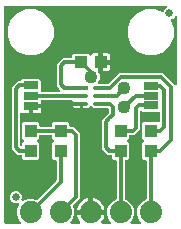
<source format=gbr>
G04 EAGLE Gerber RS-274X export*
G75*
%MOMM*%
%FSLAX34Y34*%
%LPD*%
%INTop Copper*%
%IPPOS*%
%AMOC8*
5,1,8,0,0,1.08239X$1,22.5*%
G01*
%ADD10R,1.050000X0.300000*%
%ADD11C,0.300000*%
%ADD12R,1.270000X0.635000*%
%ADD13R,1.000000X1.100000*%
%ADD14R,1.100000X1.000000*%
%ADD15C,1.879600*%
%ADD16C,0.635000*%
%ADD17C,0.304800*%
%ADD18C,1.108000*%

G36*
X16464Y3053D02*
X16464Y3053D01*
X16493Y3050D01*
X16604Y3073D01*
X16716Y3089D01*
X16743Y3101D01*
X16772Y3106D01*
X16872Y3159D01*
X16976Y3205D01*
X16998Y3224D01*
X17024Y3237D01*
X17106Y3315D01*
X17193Y3388D01*
X17209Y3413D01*
X17230Y3433D01*
X17287Y3531D01*
X17350Y3625D01*
X17359Y3653D01*
X17374Y3678D01*
X17402Y3788D01*
X17436Y3896D01*
X17437Y3926D01*
X17444Y3954D01*
X17440Y4067D01*
X17443Y4180D01*
X17436Y4209D01*
X17435Y4238D01*
X17400Y4346D01*
X17372Y4455D01*
X17357Y4481D01*
X17348Y4509D01*
X17302Y4573D01*
X17226Y4700D01*
X17181Y4743D01*
X17153Y4782D01*
X15709Y6225D01*
X13969Y10426D01*
X13969Y14974D01*
X15689Y19125D01*
X15696Y19154D01*
X15710Y19180D01*
X15732Y19291D01*
X15760Y19401D01*
X15759Y19430D01*
X15765Y19459D01*
X15755Y19572D01*
X15752Y19685D01*
X15743Y19713D01*
X15740Y19742D01*
X15700Y19847D01*
X15665Y19956D01*
X15649Y19980D01*
X15638Y20007D01*
X15570Y20098D01*
X15507Y20192D01*
X15484Y20211D01*
X15467Y20234D01*
X15376Y20302D01*
X15289Y20375D01*
X15262Y20387D01*
X15239Y20404D01*
X15133Y20444D01*
X15029Y20490D01*
X15000Y20494D01*
X14973Y20505D01*
X14860Y20514D01*
X14748Y20529D01*
X14719Y20525D01*
X14690Y20527D01*
X14613Y20510D01*
X14466Y20488D01*
X14410Y20463D01*
X14362Y20452D01*
X13736Y20192D01*
X11664Y20192D01*
X9750Y20985D01*
X8285Y22450D01*
X7492Y24364D01*
X7492Y26436D01*
X8285Y28350D01*
X9750Y29815D01*
X11664Y30608D01*
X13736Y30608D01*
X15650Y29815D01*
X17115Y28350D01*
X17908Y26436D01*
X17908Y24364D01*
X17648Y23738D01*
X17641Y23709D01*
X17627Y23683D01*
X17610Y23595D01*
X17587Y23522D01*
X17586Y23497D01*
X17577Y23462D01*
X17578Y23433D01*
X17572Y23404D01*
X17581Y23302D01*
X17580Y23237D01*
X17584Y23219D01*
X17585Y23178D01*
X17594Y23150D01*
X17597Y23121D01*
X17637Y23015D01*
X17638Y23015D01*
X17651Y22962D01*
X17658Y22951D01*
X17672Y22907D01*
X17688Y22883D01*
X17699Y22856D01*
X17767Y22765D01*
X17778Y22750D01*
X17797Y22718D01*
X17803Y22712D01*
X17830Y22671D01*
X17853Y22652D01*
X17871Y22629D01*
X17961Y22561D01*
X17985Y22541D01*
X18004Y22523D01*
X18010Y22521D01*
X18048Y22488D01*
X18075Y22476D01*
X18098Y22459D01*
X18204Y22419D01*
X18238Y22404D01*
X18257Y22394D01*
X18262Y22393D01*
X18308Y22373D01*
X18337Y22369D01*
X18364Y22358D01*
X18477Y22349D01*
X18589Y22334D01*
X18618Y22338D01*
X18648Y22336D01*
X18724Y22353D01*
X18871Y22374D01*
X18890Y22383D01*
X18928Y22400D01*
X18975Y22411D01*
X23126Y24131D01*
X27674Y24131D01*
X29965Y23182D01*
X29967Y23181D01*
X29968Y23180D01*
X30102Y23146D01*
X30241Y23111D01*
X30242Y23111D01*
X30244Y23110D01*
X30384Y23115D01*
X30525Y23119D01*
X30526Y23119D01*
X30528Y23119D01*
X30661Y23162D01*
X30795Y23205D01*
X30797Y23206D01*
X30798Y23207D01*
X30810Y23215D01*
X31032Y23364D01*
X31051Y23387D01*
X31072Y23402D01*
X46946Y39276D01*
X46998Y39346D01*
X47058Y39410D01*
X47084Y39459D01*
X47117Y39503D01*
X47148Y39585D01*
X47188Y39663D01*
X47196Y39710D01*
X47218Y39769D01*
X47230Y39916D01*
X47243Y39994D01*
X47243Y55977D01*
X47235Y56035D01*
X47237Y56093D01*
X47215Y56175D01*
X47203Y56259D01*
X47180Y56312D01*
X47165Y56368D01*
X47122Y56441D01*
X47087Y56518D01*
X47049Y56563D01*
X47020Y56613D01*
X46958Y56671D01*
X46904Y56735D01*
X46855Y56767D01*
X46812Y56807D01*
X46737Y56846D01*
X46667Y56893D01*
X46611Y56910D01*
X46559Y56937D01*
X46491Y56948D01*
X46396Y56978D01*
X46296Y56981D01*
X46228Y56992D01*
X44958Y56992D01*
X43767Y58183D01*
X43767Y70867D01*
X45207Y72307D01*
X45243Y72354D01*
X45285Y72394D01*
X45328Y72467D01*
X45378Y72534D01*
X45399Y72589D01*
X45429Y72639D01*
X45449Y72721D01*
X45480Y72800D01*
X45484Y72858D01*
X45499Y72915D01*
X45496Y72999D01*
X45503Y73083D01*
X45492Y73141D01*
X45490Y73199D01*
X45464Y73279D01*
X45447Y73362D01*
X45420Y73414D01*
X45402Y73470D01*
X45362Y73526D01*
X45316Y73614D01*
X45247Y73687D01*
X45207Y73743D01*
X43767Y75183D01*
X43767Y76953D01*
X43759Y77011D01*
X43761Y77069D01*
X43739Y77151D01*
X43727Y77235D01*
X43704Y77288D01*
X43689Y77344D01*
X43646Y77417D01*
X43611Y77494D01*
X43573Y77539D01*
X43544Y77589D01*
X43482Y77647D01*
X43428Y77711D01*
X43379Y77743D01*
X43336Y77783D01*
X43261Y77822D01*
X43191Y77869D01*
X43135Y77886D01*
X43083Y77913D01*
X43015Y77924D01*
X42920Y77954D01*
X42820Y77957D01*
X42752Y77968D01*
X33448Y77968D01*
X33390Y77960D01*
X33332Y77962D01*
X33250Y77940D01*
X33166Y77928D01*
X33113Y77905D01*
X33057Y77890D01*
X32984Y77847D01*
X32907Y77812D01*
X32862Y77774D01*
X32812Y77745D01*
X32754Y77683D01*
X32690Y77629D01*
X32658Y77580D01*
X32618Y77537D01*
X32579Y77462D01*
X32532Y77392D01*
X32515Y77336D01*
X32488Y77284D01*
X32477Y77216D01*
X32447Y77121D01*
X32444Y77021D01*
X32433Y76953D01*
X32433Y75183D01*
X30993Y73743D01*
X30958Y73696D01*
X30915Y73656D01*
X30872Y73583D01*
X30822Y73516D01*
X30801Y73461D01*
X30771Y73411D01*
X30751Y73329D01*
X30720Y73250D01*
X30716Y73192D01*
X30701Y73135D01*
X30704Y73051D01*
X30697Y72967D01*
X30708Y72909D01*
X30710Y72851D01*
X30736Y72771D01*
X30753Y72688D01*
X30780Y72636D01*
X30798Y72580D01*
X30838Y72524D01*
X30884Y72436D01*
X30952Y72363D01*
X30993Y72307D01*
X32433Y70867D01*
X32433Y58183D01*
X31242Y56992D01*
X19558Y56992D01*
X18367Y58183D01*
X18367Y59953D01*
X18360Y60003D01*
X18361Y60019D01*
X18359Y60024D01*
X18361Y60069D01*
X18339Y60151D01*
X18327Y60235D01*
X18304Y60288D01*
X18289Y60344D01*
X18246Y60417D01*
X18211Y60494D01*
X18173Y60539D01*
X18144Y60589D01*
X18082Y60647D01*
X18028Y60711D01*
X17979Y60743D01*
X17936Y60783D01*
X17861Y60822D01*
X17791Y60869D01*
X17735Y60886D01*
X17683Y60913D01*
X17615Y60924D01*
X17520Y60954D01*
X17420Y60957D01*
X17352Y60968D01*
X14402Y60968D01*
X9143Y66227D01*
X9143Y118313D01*
X14402Y123572D01*
X16137Y123572D01*
X16223Y123584D01*
X16311Y123587D01*
X16363Y123604D01*
X16418Y123612D01*
X16498Y123647D01*
X16581Y123674D01*
X16620Y123702D01*
X16677Y123728D01*
X16791Y123824D01*
X16854Y123869D01*
X18208Y125223D01*
X32592Y125223D01*
X33783Y124032D01*
X33783Y115697D01*
X33790Y115646D01*
X33789Y115625D01*
X33790Y115621D01*
X33789Y115581D01*
X33811Y115499D01*
X33823Y115415D01*
X33846Y115362D01*
X33861Y115306D01*
X33904Y115233D01*
X33939Y115156D01*
X33977Y115111D01*
X34006Y115061D01*
X34068Y115003D01*
X34122Y114939D01*
X34171Y114907D01*
X34214Y114867D01*
X34289Y114828D01*
X34359Y114781D01*
X34415Y114764D01*
X34467Y114737D01*
X34535Y114726D01*
X34630Y114696D01*
X34730Y114693D01*
X34798Y114682D01*
X49437Y114682D01*
X49466Y114686D01*
X49496Y114683D01*
X49607Y114706D01*
X49719Y114722D01*
X49745Y114734D01*
X49774Y114739D01*
X49875Y114792D01*
X49978Y114838D01*
X50001Y114857D01*
X50027Y114870D01*
X50109Y114948D01*
X50195Y115021D01*
X50211Y115046D01*
X50233Y115066D01*
X50290Y115164D01*
X50353Y115258D01*
X50362Y115286D01*
X50376Y115311D01*
X50404Y115421D01*
X50439Y115529D01*
X50439Y115559D01*
X50447Y115587D01*
X50443Y115700D01*
X50446Y115813D01*
X50438Y115842D01*
X50437Y115871D01*
X50403Y115979D01*
X50374Y116088D01*
X50359Y116114D01*
X50350Y116142D01*
X50304Y116206D01*
X50229Y116333D01*
X50188Y116371D01*
X50184Y116377D01*
X50177Y116384D01*
X50155Y116415D01*
X49624Y116946D01*
X47243Y119327D01*
X47243Y137998D01*
X52502Y143257D01*
X59152Y143257D01*
X59210Y143265D01*
X59268Y143263D01*
X59350Y143285D01*
X59434Y143297D01*
X59487Y143320D01*
X59543Y143335D01*
X59616Y143378D01*
X59693Y143413D01*
X59738Y143451D01*
X59788Y143480D01*
X59846Y143542D01*
X59910Y143596D01*
X59942Y143645D01*
X59982Y143688D01*
X60021Y143763D01*
X60068Y143833D01*
X60085Y143889D01*
X60112Y143941D01*
X60123Y144009D01*
X60153Y144104D01*
X60156Y144204D01*
X60167Y144272D01*
X60167Y145542D01*
X61358Y146733D01*
X74042Y146733D01*
X75261Y145514D01*
X75299Y145485D01*
X75332Y145449D01*
X75413Y145400D01*
X75488Y145343D01*
X75533Y145326D01*
X75575Y145300D01*
X75666Y145275D01*
X75753Y145242D01*
X75802Y145238D01*
X75849Y145225D01*
X75943Y145226D01*
X76037Y145218D01*
X76084Y145228D01*
X76133Y145229D01*
X76223Y145256D01*
X76315Y145274D01*
X76359Y145297D01*
X76405Y145311D01*
X76484Y145362D01*
X76568Y145405D01*
X76603Y145439D01*
X76644Y145465D01*
X76691Y145523D01*
X76774Y145601D01*
X76818Y145676D01*
X76858Y145724D01*
X77167Y146260D01*
X77640Y146733D01*
X78219Y147068D01*
X78866Y147241D01*
X82669Y147241D01*
X82669Y140716D01*
X82677Y140658D01*
X82675Y140600D01*
X82697Y140518D01*
X82709Y140435D01*
X82733Y140381D01*
X82747Y140325D01*
X82790Y140252D01*
X82825Y140175D01*
X82863Y140131D01*
X82893Y140080D01*
X82954Y140023D01*
X83009Y139958D01*
X83057Y139926D01*
X83100Y139886D01*
X83175Y139847D01*
X83245Y139801D01*
X83301Y139783D01*
X83353Y139756D01*
X83421Y139745D01*
X83516Y139715D01*
X83616Y139712D01*
X83684Y139701D01*
X84701Y139701D01*
X84701Y139699D01*
X83684Y139699D01*
X83626Y139691D01*
X83568Y139692D01*
X83486Y139671D01*
X83403Y139659D01*
X83349Y139635D01*
X83293Y139621D01*
X83220Y139578D01*
X83143Y139543D01*
X83098Y139505D01*
X83048Y139475D01*
X82990Y139414D01*
X82926Y139359D01*
X82894Y139311D01*
X82854Y139268D01*
X82815Y139193D01*
X82769Y139123D01*
X82751Y139067D01*
X82724Y139015D01*
X82713Y138947D01*
X82683Y138852D01*
X82680Y138752D01*
X82669Y138684D01*
X82669Y131373D01*
X82673Y131343D01*
X82671Y131312D01*
X82688Y131235D01*
X82709Y131092D01*
X82735Y131033D01*
X82746Y130985D01*
X83773Y128506D01*
X83773Y125494D01*
X82568Y122586D01*
X82539Y122474D01*
X82505Y122365D01*
X82504Y122337D01*
X82497Y122310D01*
X82500Y122196D01*
X82498Y122081D01*
X82505Y122054D01*
X82505Y122026D01*
X82540Y121917D01*
X82569Y121806D01*
X82583Y121782D01*
X82592Y121755D01*
X82656Y121660D01*
X82715Y121561D01*
X82735Y121542D01*
X82750Y121519D01*
X82838Y121445D01*
X82922Y121367D01*
X82947Y121354D01*
X82968Y121336D01*
X83073Y121290D01*
X83175Y121237D01*
X83200Y121233D01*
X83228Y121221D01*
X83491Y121184D01*
X83506Y121182D01*
X90331Y121182D01*
X90418Y121194D01*
X90505Y121197D01*
X90558Y121214D01*
X90613Y121222D01*
X90693Y121257D01*
X90776Y121284D01*
X90815Y121312D01*
X90872Y121338D01*
X90985Y121434D01*
X91049Y121479D01*
X100127Y130557D01*
X137358Y130557D01*
X147545Y120370D01*
X147568Y120352D01*
X147587Y120330D01*
X147682Y120267D01*
X147772Y120199D01*
X147799Y120189D01*
X147823Y120173D01*
X147932Y120138D01*
X148038Y120098D01*
X148067Y120095D01*
X148094Y120087D01*
X148208Y120084D01*
X148321Y120074D01*
X148350Y120080D01*
X148378Y120079D01*
X148489Y120108D01*
X148600Y120130D01*
X148626Y120143D01*
X148654Y120150D01*
X148752Y120209D01*
X148852Y120261D01*
X148873Y120281D01*
X148898Y120295D01*
X148976Y120378D01*
X149059Y120457D01*
X149073Y120482D01*
X149093Y120503D01*
X149145Y120604D01*
X149202Y120702D01*
X149209Y120730D01*
X149223Y120756D01*
X149236Y120833D01*
X149272Y120978D01*
X149270Y121039D01*
X149278Y121087D01*
X149338Y177865D01*
X149326Y177950D01*
X149324Y178037D01*
X149306Y178090D01*
X149299Y178146D01*
X149263Y178225D01*
X149237Y178307D01*
X149205Y178354D01*
X149182Y178406D01*
X149127Y178472D01*
X149079Y178544D01*
X149035Y178580D01*
X148999Y178623D01*
X148927Y178671D01*
X148861Y178726D01*
X148810Y178749D01*
X148763Y178781D01*
X148680Y178807D01*
X148601Y178842D01*
X148545Y178850D01*
X148492Y178867D01*
X148405Y178869D01*
X148320Y178881D01*
X148264Y178873D01*
X148207Y178874D01*
X148124Y178853D01*
X148038Y178840D01*
X147987Y178817D01*
X147932Y178803D01*
X147858Y178759D01*
X147779Y178723D01*
X147736Y178687D01*
X147688Y178658D01*
X147629Y178595D01*
X147563Y178539D01*
X147537Y178497D01*
X147493Y178451D01*
X147426Y178321D01*
X147385Y178254D01*
X147290Y178025D01*
X145825Y176560D01*
X144713Y176100D01*
X144663Y176070D01*
X144608Y176049D01*
X144541Y175998D01*
X144468Y175955D01*
X144428Y175912D01*
X144381Y175877D01*
X144331Y175810D01*
X144273Y175748D01*
X144246Y175696D01*
X144211Y175649D01*
X144181Y175571D01*
X144143Y175496D01*
X144131Y175438D01*
X144111Y175384D01*
X144104Y175299D01*
X144088Y175217D01*
X144093Y175158D01*
X144088Y175100D01*
X144104Y175033D01*
X144112Y174933D01*
X144148Y174840D01*
X144164Y174773D01*
X146559Y168990D01*
X146559Y161210D01*
X143581Y154021D01*
X138079Y148519D01*
X130890Y145541D01*
X123110Y145541D01*
X115921Y148519D01*
X110419Y154021D01*
X107441Y161210D01*
X107441Y168990D01*
X110419Y176179D01*
X115921Y181681D01*
X123110Y184659D01*
X130890Y184659D01*
X136673Y182264D01*
X136730Y182249D01*
X136783Y182225D01*
X136867Y182214D01*
X136948Y182193D01*
X137007Y182194D01*
X137065Y182186D01*
X137148Y182198D01*
X137232Y182201D01*
X137288Y182219D01*
X137346Y182227D01*
X137423Y182262D01*
X137503Y182287D01*
X137552Y182320D01*
X137605Y182344D01*
X137669Y182399D01*
X137739Y182446D01*
X137777Y182490D01*
X137822Y182528D01*
X137858Y182587D01*
X137922Y182663D01*
X137963Y182754D01*
X138000Y182813D01*
X138460Y183925D01*
X139925Y185390D01*
X140186Y185498D01*
X140260Y185542D01*
X140339Y185577D01*
X140382Y185614D01*
X140431Y185643D01*
X140490Y185705D01*
X140556Y185761D01*
X140587Y185808D01*
X140626Y185849D01*
X140665Y185925D01*
X140713Y185997D01*
X140730Y186051D01*
X140756Y186102D01*
X140773Y186186D01*
X140799Y186268D01*
X140800Y186325D01*
X140811Y186381D01*
X140804Y186466D01*
X140806Y186552D01*
X140792Y186607D01*
X140787Y186664D01*
X140756Y186744D01*
X140734Y186827D01*
X140705Y186876D01*
X140685Y186929D01*
X140633Y186998D01*
X140589Y187072D01*
X140548Y187111D01*
X140513Y187156D01*
X140445Y187208D01*
X140382Y187266D01*
X140331Y187292D01*
X140286Y187326D01*
X140205Y187357D01*
X140129Y187396D01*
X140080Y187404D01*
X140020Y187427D01*
X139875Y187438D01*
X139798Y187451D01*
X4064Y187451D01*
X4006Y187443D01*
X3948Y187445D01*
X3866Y187423D01*
X3782Y187411D01*
X3729Y187388D01*
X3673Y187373D01*
X3600Y187330D01*
X3523Y187295D01*
X3478Y187257D01*
X3428Y187228D01*
X3370Y187166D01*
X3306Y187112D01*
X3274Y187063D01*
X3234Y187020D01*
X3195Y186945D01*
X3148Y186875D01*
X3131Y186819D01*
X3104Y186767D01*
X3093Y186699D01*
X3063Y186604D01*
X3060Y186504D01*
X3049Y186436D01*
X3049Y4064D01*
X3057Y4006D01*
X3055Y3948D01*
X3077Y3866D01*
X3089Y3782D01*
X3112Y3729D01*
X3127Y3673D01*
X3170Y3600D01*
X3205Y3523D01*
X3243Y3478D01*
X3272Y3428D01*
X3334Y3370D01*
X3388Y3306D01*
X3437Y3274D01*
X3480Y3234D01*
X3555Y3195D01*
X3625Y3148D01*
X3681Y3131D01*
X3733Y3104D01*
X3801Y3093D01*
X3896Y3063D01*
X3996Y3060D01*
X4064Y3049D01*
X16435Y3049D01*
X16464Y3053D01*
G37*
G36*
X66545Y3053D02*
X66545Y3053D01*
X66575Y3050D01*
X66686Y3073D01*
X66798Y3089D01*
X66825Y3101D01*
X66853Y3106D01*
X66954Y3159D01*
X67057Y3205D01*
X67080Y3224D01*
X67106Y3237D01*
X67188Y3315D01*
X67274Y3388D01*
X67291Y3413D01*
X67312Y3433D01*
X67369Y3531D01*
X67432Y3625D01*
X67441Y3653D01*
X67456Y3678D01*
X67483Y3788D01*
X67518Y3896D01*
X67518Y3925D01*
X67526Y3954D01*
X67522Y4067D01*
X67525Y4180D01*
X67518Y4209D01*
X67517Y4238D01*
X67482Y4346D01*
X67453Y4455D01*
X67438Y4481D01*
X67429Y4509D01*
X67383Y4573D01*
X67308Y4700D01*
X67262Y4743D01*
X67234Y4782D01*
X67094Y4923D01*
X65989Y6443D01*
X65136Y8117D01*
X64555Y9904D01*
X64434Y10669D01*
X75184Y10669D01*
X75242Y10677D01*
X75300Y10675D01*
X75382Y10697D01*
X75465Y10709D01*
X75519Y10733D01*
X75575Y10747D01*
X75648Y10790D01*
X75725Y10825D01*
X75769Y10863D01*
X75820Y10893D01*
X75877Y10954D01*
X75942Y11009D01*
X75974Y11057D01*
X76014Y11100D01*
X76053Y11175D01*
X76099Y11245D01*
X76117Y11301D01*
X76144Y11353D01*
X76155Y11421D01*
X76185Y11516D01*
X76188Y11616D01*
X76199Y11684D01*
X76199Y12701D01*
X76201Y12701D01*
X76201Y11684D01*
X76209Y11626D01*
X76208Y11568D01*
X76229Y11486D01*
X76241Y11403D01*
X76265Y11349D01*
X76279Y11293D01*
X76322Y11220D01*
X76357Y11143D01*
X76395Y11098D01*
X76425Y11048D01*
X76486Y10990D01*
X76541Y10926D01*
X76589Y10894D01*
X76632Y10854D01*
X76707Y10815D01*
X76777Y10769D01*
X76833Y10751D01*
X76885Y10724D01*
X76953Y10713D01*
X77048Y10683D01*
X77148Y10680D01*
X77216Y10669D01*
X87966Y10669D01*
X87845Y9904D01*
X87264Y8117D01*
X86411Y6443D01*
X85306Y4923D01*
X85166Y4782D01*
X85148Y4758D01*
X85126Y4739D01*
X85063Y4645D01*
X84995Y4555D01*
X84984Y4527D01*
X84968Y4503D01*
X84934Y4395D01*
X84894Y4289D01*
X84891Y4260D01*
X84882Y4232D01*
X84879Y4119D01*
X84870Y4006D01*
X84876Y3977D01*
X84875Y3948D01*
X84904Y3838D01*
X84926Y3727D01*
X84939Y3701D01*
X84947Y3673D01*
X85005Y3575D01*
X85057Y3475D01*
X85077Y3453D01*
X85092Y3428D01*
X85175Y3351D01*
X85253Y3269D01*
X85278Y3254D01*
X85299Y3234D01*
X85400Y3182D01*
X85498Y3125D01*
X85526Y3118D01*
X85553Y3104D01*
X85630Y3091D01*
X85773Y3055D01*
X85836Y3057D01*
X85884Y3049D01*
X92635Y3049D01*
X92664Y3053D01*
X92693Y3050D01*
X92804Y3073D01*
X92916Y3089D01*
X92943Y3101D01*
X92972Y3106D01*
X93072Y3159D01*
X93176Y3205D01*
X93198Y3224D01*
X93224Y3237D01*
X93306Y3315D01*
X93393Y3388D01*
X93409Y3413D01*
X93430Y3433D01*
X93487Y3531D01*
X93550Y3625D01*
X93559Y3653D01*
X93574Y3678D01*
X93602Y3788D01*
X93636Y3896D01*
X93637Y3926D01*
X93644Y3954D01*
X93640Y4067D01*
X93643Y4180D01*
X93636Y4209D01*
X93635Y4238D01*
X93600Y4346D01*
X93572Y4455D01*
X93557Y4481D01*
X93548Y4509D01*
X93502Y4573D01*
X93426Y4700D01*
X93381Y4743D01*
X93353Y4782D01*
X91909Y6225D01*
X90169Y10426D01*
X90169Y14974D01*
X91910Y19175D01*
X95125Y22391D01*
X97417Y23340D01*
X97418Y23340D01*
X97419Y23341D01*
X97540Y23412D01*
X97661Y23484D01*
X97662Y23485D01*
X97664Y23486D01*
X97761Y23590D01*
X97857Y23691D01*
X97857Y23692D01*
X97858Y23693D01*
X97923Y23819D01*
X97987Y23944D01*
X97987Y23945D01*
X97988Y23947D01*
X97990Y23961D01*
X98042Y24222D01*
X98039Y24253D01*
X98043Y24278D01*
X98043Y55977D01*
X98035Y56035D01*
X98037Y56093D01*
X98015Y56175D01*
X98003Y56259D01*
X97980Y56312D01*
X97965Y56368D01*
X97922Y56441D01*
X97887Y56518D01*
X97849Y56563D01*
X97820Y56613D01*
X97758Y56671D01*
X97704Y56735D01*
X97655Y56767D01*
X97612Y56807D01*
X97537Y56846D01*
X97467Y56893D01*
X97411Y56910D01*
X97359Y56937D01*
X97291Y56948D01*
X97196Y56978D01*
X97096Y56981D01*
X97028Y56992D01*
X95758Y56992D01*
X94567Y58183D01*
X94567Y59953D01*
X94560Y60003D01*
X94561Y60019D01*
X94559Y60024D01*
X94561Y60069D01*
X94539Y60151D01*
X94527Y60235D01*
X94504Y60288D01*
X94489Y60344D01*
X94446Y60417D01*
X94411Y60494D01*
X94373Y60539D01*
X94344Y60589D01*
X94282Y60647D01*
X94228Y60711D01*
X94179Y60743D01*
X94136Y60783D01*
X94061Y60822D01*
X93991Y60869D01*
X93935Y60886D01*
X93883Y60913D01*
X93815Y60924D01*
X93720Y60954D01*
X93620Y60957D01*
X93552Y60968D01*
X90602Y60968D01*
X85343Y66227D01*
X85343Y90373D01*
X91396Y96426D01*
X91448Y96496D01*
X91508Y96560D01*
X91534Y96609D01*
X91567Y96653D01*
X91598Y96735D01*
X91638Y96813D01*
X91646Y96860D01*
X91668Y96919D01*
X91680Y97066D01*
X91693Y97144D01*
X91693Y99706D01*
X91681Y99793D01*
X91678Y99880D01*
X91661Y99933D01*
X91653Y99988D01*
X91618Y100068D01*
X91591Y100151D01*
X91563Y100190D01*
X91537Y100247D01*
X91441Y100360D01*
X91396Y100424D01*
X91049Y100771D01*
X90979Y100823D01*
X90915Y100883D01*
X90866Y100909D01*
X90822Y100942D01*
X90740Y100973D01*
X90662Y101013D01*
X90615Y101021D01*
X90556Y101043D01*
X90409Y101055D01*
X90331Y101068D01*
X82242Y101068D01*
X82110Y101079D01*
X82032Y101092D01*
X78737Y101092D01*
X77193Y102636D01*
X77154Y102665D01*
X77121Y102701D01*
X77041Y102750D01*
X76966Y102807D01*
X76920Y102824D01*
X76879Y102850D01*
X76788Y102874D01*
X76700Y102908D01*
X76652Y102912D01*
X76605Y102925D01*
X76511Y102924D01*
X76417Y102932D01*
X76369Y102922D01*
X76320Y102921D01*
X76230Y102894D01*
X76138Y102876D01*
X76095Y102853D01*
X76048Y102839D01*
X75969Y102788D01*
X75886Y102745D01*
X75851Y102711D01*
X75810Y102685D01*
X75762Y102627D01*
X75680Y102549D01*
X75636Y102474D01*
X75596Y102426D01*
X75433Y102144D01*
X74681Y101392D01*
X73760Y100860D01*
X72732Y100584D01*
X69465Y100584D01*
X69465Y104625D01*
X69458Y104675D01*
X69459Y104690D01*
X69458Y104695D01*
X69459Y104741D01*
X69437Y104823D01*
X69426Y104906D01*
X69402Y104960D01*
X69387Y105016D01*
X69344Y105089D01*
X69309Y105166D01*
X69272Y105210D01*
X69242Y105260D01*
X69241Y105261D01*
X69180Y105318D01*
X69126Y105383D01*
X69125Y105383D01*
X69077Y105415D01*
X69034Y105455D01*
X68959Y105494D01*
X68889Y105541D01*
X68833Y105558D01*
X68781Y105585D01*
X68713Y105596D01*
X68618Y105626D01*
X68518Y105629D01*
X68450Y105640D01*
X60789Y105640D01*
X60963Y106290D01*
X60969Y106339D01*
X60984Y106385D01*
X60986Y106479D01*
X60997Y106572D01*
X60990Y106621D01*
X60991Y106669D01*
X60967Y106760D01*
X60952Y106853D01*
X60931Y106897D01*
X60919Y106944D01*
X60871Y107025D01*
X60831Y107110D01*
X60799Y107147D01*
X60774Y107189D01*
X60705Y107253D01*
X60643Y107324D01*
X60602Y107350D01*
X60566Y107383D01*
X60483Y107426D01*
X60404Y107477D01*
X60357Y107491D01*
X60313Y107513D01*
X60240Y107525D01*
X60131Y107557D01*
X60044Y107558D01*
X59982Y107568D01*
X35125Y107568D01*
X35077Y107561D01*
X35028Y107564D01*
X34937Y107542D01*
X34844Y107528D01*
X34799Y107508D01*
X34752Y107497D01*
X34670Y107451D01*
X34584Y107412D01*
X34547Y107381D01*
X34505Y107357D01*
X34439Y107289D01*
X34367Y107229D01*
X34340Y107188D01*
X34306Y107153D01*
X34262Y107070D01*
X34210Y106992D01*
X34195Y106945D01*
X34172Y106902D01*
X34152Y106810D01*
X34124Y106721D01*
X34123Y106672D01*
X34112Y106624D01*
X34119Y106550D01*
X34117Y106437D01*
X34138Y106353D01*
X34144Y106290D01*
X34291Y105744D01*
X34291Y103822D01*
X25972Y103822D01*
X25914Y103814D01*
X25855Y103815D01*
X25774Y103794D01*
X25690Y103782D01*
X25637Y103758D01*
X25580Y103743D01*
X25508Y103700D01*
X25431Y103666D01*
X25386Y103628D01*
X25336Y103598D01*
X25278Y103536D01*
X25214Y103482D01*
X25181Y103433D01*
X25141Y103391D01*
X25103Y103316D01*
X25056Y103245D01*
X25039Y103190D01*
X25012Y103138D01*
X25001Y103070D01*
X24970Y102974D01*
X24968Y102875D01*
X24956Y102807D01*
X24956Y102679D01*
X24828Y102679D01*
X24771Y102670D01*
X24712Y102672D01*
X24630Y102651D01*
X24547Y102639D01*
X24494Y102615D01*
X24437Y102600D01*
X24365Y102557D01*
X24288Y102522D01*
X24243Y102485D01*
X24193Y102455D01*
X24135Y102393D01*
X24071Y102339D01*
X24038Y102290D01*
X23998Y102247D01*
X23960Y102172D01*
X23913Y102102D01*
X23895Y102046D01*
X23869Y101994D01*
X23857Y101926D01*
X23827Y101831D01*
X23825Y101731D01*
X23813Y101663D01*
X23813Y96519D01*
X18716Y96519D01*
X18069Y96692D01*
X17780Y96860D01*
X17743Y96874D01*
X17711Y96896D01*
X17612Y96927D01*
X17516Y96966D01*
X17477Y96970D01*
X17440Y96982D01*
X17336Y96984D01*
X17233Y96995D01*
X17195Y96988D01*
X17156Y96989D01*
X17055Y96963D01*
X16953Y96944D01*
X16918Y96927D01*
X16881Y96917D01*
X16792Y96864D01*
X16699Y96818D01*
X16670Y96792D01*
X16636Y96772D01*
X16565Y96696D01*
X16489Y96626D01*
X16468Y96593D01*
X16442Y96565D01*
X16394Y96472D01*
X16340Y96384D01*
X16330Y96346D01*
X16312Y96312D01*
X16299Y96235D01*
X16265Y96110D01*
X16266Y96035D01*
X16257Y95980D01*
X16257Y69594D01*
X16269Y69507D01*
X16272Y69420D01*
X16289Y69367D01*
X16297Y69312D01*
X16332Y69233D01*
X16359Y69149D01*
X16387Y69110D01*
X16413Y69053D01*
X16508Y68940D01*
X16554Y68876D01*
X16634Y68796D01*
X16658Y68778D01*
X16677Y68756D01*
X16771Y68693D01*
X16861Y68625D01*
X16889Y68615D01*
X16913Y68598D01*
X17021Y68564D01*
X17127Y68524D01*
X17156Y68521D01*
X17184Y68512D01*
X17297Y68510D01*
X17410Y68500D01*
X17439Y68506D01*
X17468Y68505D01*
X17578Y68534D01*
X17689Y68556D01*
X17715Y68570D01*
X17743Y68577D01*
X17841Y68635D01*
X17941Y68687D01*
X17963Y68707D01*
X17988Y68722D01*
X18065Y68805D01*
X18147Y68883D01*
X18162Y68908D01*
X18182Y68930D01*
X18234Y69030D01*
X18291Y69128D01*
X18298Y69157D01*
X18312Y69183D01*
X18325Y69260D01*
X18361Y69403D01*
X18359Y69466D01*
X18367Y69514D01*
X18367Y70867D01*
X19807Y72307D01*
X19843Y72354D01*
X19885Y72394D01*
X19928Y72467D01*
X19978Y72534D01*
X19999Y72589D01*
X20029Y72639D01*
X20049Y72721D01*
X20080Y72800D01*
X20084Y72858D01*
X20099Y72915D01*
X20096Y72999D01*
X20103Y73083D01*
X20092Y73141D01*
X20090Y73199D01*
X20064Y73279D01*
X20047Y73362D01*
X20020Y73414D01*
X20002Y73470D01*
X19962Y73526D01*
X19916Y73614D01*
X19847Y73687D01*
X19807Y73743D01*
X18367Y75183D01*
X18367Y87867D01*
X19558Y89058D01*
X31242Y89058D01*
X32433Y87867D01*
X32433Y86097D01*
X32441Y86039D01*
X32439Y85981D01*
X32461Y85899D01*
X32473Y85815D01*
X32496Y85762D01*
X32511Y85706D01*
X32554Y85633D01*
X32589Y85556D01*
X32627Y85511D01*
X32656Y85461D01*
X32718Y85403D01*
X32772Y85339D01*
X32821Y85307D01*
X32864Y85267D01*
X32939Y85228D01*
X33009Y85181D01*
X33065Y85164D01*
X33117Y85137D01*
X33185Y85126D01*
X33280Y85096D01*
X33380Y85093D01*
X33448Y85082D01*
X42752Y85082D01*
X42810Y85090D01*
X42868Y85088D01*
X42950Y85110D01*
X43034Y85122D01*
X43087Y85145D01*
X43143Y85160D01*
X43216Y85203D01*
X43293Y85238D01*
X43338Y85276D01*
X43388Y85305D01*
X43446Y85367D01*
X43510Y85421D01*
X43542Y85470D01*
X43582Y85513D01*
X43621Y85588D01*
X43668Y85658D01*
X43685Y85714D01*
X43712Y85766D01*
X43723Y85834D01*
X43753Y85929D01*
X43756Y86029D01*
X43767Y86097D01*
X43767Y87867D01*
X44958Y89058D01*
X56642Y89058D01*
X57833Y87867D01*
X57833Y86097D01*
X57841Y86039D01*
X57839Y85981D01*
X57861Y85899D01*
X57873Y85815D01*
X57896Y85762D01*
X57911Y85706D01*
X57954Y85633D01*
X57989Y85556D01*
X58027Y85511D01*
X58056Y85461D01*
X58118Y85403D01*
X58172Y85339D01*
X58221Y85307D01*
X58264Y85267D01*
X58339Y85228D01*
X58409Y85181D01*
X58465Y85164D01*
X58517Y85137D01*
X58585Y85126D01*
X58680Y85096D01*
X58780Y85093D01*
X58848Y85082D01*
X61798Y85082D01*
X67057Y79823D01*
X67057Y23927D01*
X61502Y18372D01*
X61501Y18370D01*
X61499Y18369D01*
X61411Y18251D01*
X61331Y18144D01*
X61330Y18143D01*
X61329Y18142D01*
X61279Y18008D01*
X61230Y17879D01*
X61229Y17877D01*
X61229Y17876D01*
X61217Y17731D01*
X61206Y17595D01*
X61206Y17594D01*
X61206Y17592D01*
X61210Y17577D01*
X61262Y17317D01*
X61276Y17290D01*
X61282Y17265D01*
X62231Y14974D01*
X62231Y10426D01*
X60491Y6225D01*
X59047Y4782D01*
X59030Y4758D01*
X59007Y4739D01*
X58945Y4645D01*
X58876Y4555D01*
X58866Y4527D01*
X58850Y4503D01*
X58816Y4395D01*
X58775Y4289D01*
X58773Y4260D01*
X58764Y4232D01*
X58761Y4118D01*
X58752Y4006D01*
X58757Y3977D01*
X58757Y3948D01*
X58785Y3838D01*
X58808Y3727D01*
X58821Y3701D01*
X58828Y3673D01*
X58886Y3575D01*
X58939Y3475D01*
X58959Y3453D01*
X58974Y3428D01*
X59056Y3351D01*
X59134Y3269D01*
X59160Y3254D01*
X59181Y3234D01*
X59282Y3182D01*
X59380Y3125D01*
X59408Y3118D01*
X59434Y3104D01*
X59512Y3091D01*
X59655Y3055D01*
X59718Y3057D01*
X59765Y3049D01*
X66516Y3049D01*
X66545Y3053D01*
G37*
%LPC*%
G36*
X21510Y145541D02*
X21510Y145541D01*
X14321Y148519D01*
X8819Y154021D01*
X5841Y161210D01*
X5841Y168990D01*
X8819Y176179D01*
X14321Y181681D01*
X21510Y184659D01*
X29290Y184659D01*
X36479Y181681D01*
X41981Y176179D01*
X44959Y168990D01*
X44959Y161210D01*
X41981Y154021D01*
X36479Y148519D01*
X29290Y145541D01*
X21510Y145541D01*
G37*
%LPD*%
G36*
X118064Y3053D02*
X118064Y3053D01*
X118093Y3050D01*
X118204Y3073D01*
X118316Y3089D01*
X118343Y3101D01*
X118372Y3106D01*
X118472Y3159D01*
X118576Y3205D01*
X118598Y3224D01*
X118624Y3237D01*
X118706Y3315D01*
X118793Y3388D01*
X118809Y3413D01*
X118830Y3433D01*
X118887Y3531D01*
X118950Y3625D01*
X118959Y3653D01*
X118974Y3678D01*
X119002Y3788D01*
X119036Y3896D01*
X119037Y3926D01*
X119044Y3954D01*
X119040Y4067D01*
X119043Y4180D01*
X119036Y4209D01*
X119035Y4238D01*
X119000Y4346D01*
X118972Y4455D01*
X118957Y4481D01*
X118948Y4509D01*
X118902Y4573D01*
X118826Y4700D01*
X118781Y4743D01*
X118753Y4782D01*
X117309Y6225D01*
X115569Y10426D01*
X115569Y14974D01*
X117310Y19175D01*
X120525Y22390D01*
X122817Y23340D01*
X122818Y23341D01*
X122819Y23341D01*
X122934Y23409D01*
X123061Y23484D01*
X123062Y23485D01*
X123064Y23486D01*
X123161Y23590D01*
X123257Y23691D01*
X123257Y23692D01*
X123258Y23693D01*
X123323Y23819D01*
X123387Y23944D01*
X123387Y23945D01*
X123388Y23947D01*
X123390Y23962D01*
X123442Y24223D01*
X123439Y24253D01*
X123443Y24278D01*
X123443Y55977D01*
X123435Y56035D01*
X123437Y56093D01*
X123415Y56175D01*
X123403Y56259D01*
X123380Y56312D01*
X123365Y56368D01*
X123322Y56441D01*
X123287Y56518D01*
X123249Y56563D01*
X123220Y56613D01*
X123158Y56671D01*
X123104Y56735D01*
X123055Y56767D01*
X123012Y56807D01*
X122937Y56846D01*
X122867Y56893D01*
X122811Y56910D01*
X122759Y56937D01*
X122691Y56948D01*
X122596Y56978D01*
X122496Y56981D01*
X122428Y56992D01*
X121158Y56992D01*
X119967Y58183D01*
X119967Y70867D01*
X121407Y72307D01*
X121443Y72354D01*
X121485Y72394D01*
X121528Y72467D01*
X121578Y72534D01*
X121599Y72589D01*
X121629Y72639D01*
X121649Y72721D01*
X121680Y72800D01*
X121684Y72858D01*
X121699Y72915D01*
X121696Y72999D01*
X121703Y73083D01*
X121692Y73141D01*
X121690Y73199D01*
X121664Y73279D01*
X121647Y73362D01*
X121620Y73414D01*
X121602Y73470D01*
X121562Y73526D01*
X121516Y73614D01*
X121447Y73687D01*
X121407Y73743D01*
X119967Y75183D01*
X119967Y87867D01*
X121158Y89058D01*
X132848Y89058D01*
X132865Y89037D01*
X132959Y88974D01*
X133050Y88906D01*
X133077Y88896D01*
X133102Y88879D01*
X133210Y88845D01*
X133315Y88805D01*
X133345Y88803D01*
X133373Y88794D01*
X133486Y88791D01*
X133599Y88781D01*
X133628Y88787D01*
X133657Y88786D01*
X133766Y88815D01*
X133877Y88837D01*
X133904Y88851D01*
X133932Y88858D01*
X134029Y88916D01*
X134130Y88968D01*
X134151Y88988D01*
X134176Y89003D01*
X134254Y89086D01*
X134336Y89164D01*
X134351Y89189D01*
X134371Y89211D01*
X134422Y89312D01*
X134480Y89409D01*
X134487Y89438D01*
X134500Y89464D01*
X134513Y89541D01*
X134550Y89685D01*
X134548Y89747D01*
X134556Y89795D01*
X134556Y96774D01*
X134548Y96832D01*
X134549Y96890D01*
X134528Y96972D01*
X134516Y97056D01*
X134492Y97109D01*
X134477Y97165D01*
X134434Y97238D01*
X134400Y97315D01*
X134362Y97360D01*
X134332Y97410D01*
X134270Y97468D01*
X134216Y97532D01*
X134167Y97564D01*
X134125Y97604D01*
X134050Y97643D01*
X133979Y97690D01*
X133924Y97707D01*
X133872Y97734D01*
X133804Y97745D01*
X133708Y97775D01*
X133609Y97778D01*
X133541Y97789D01*
X119808Y97789D01*
X119590Y98007D01*
X119566Y98025D01*
X119547Y98047D01*
X119453Y98110D01*
X119363Y98178D01*
X119335Y98189D01*
X119311Y98205D01*
X119203Y98239D01*
X119097Y98280D01*
X119068Y98282D01*
X119040Y98291D01*
X118927Y98294D01*
X118814Y98303D01*
X118785Y98297D01*
X118756Y98298D01*
X118646Y98270D01*
X118535Y98247D01*
X118509Y98234D01*
X118481Y98226D01*
X118383Y98169D01*
X118283Y98116D01*
X118261Y98096D01*
X118236Y98081D01*
X118159Y97998D01*
X118077Y97920D01*
X118062Y97895D01*
X118042Y97874D01*
X117990Y97773D01*
X117933Y97675D01*
X117926Y97647D01*
X117912Y97621D01*
X117899Y97543D01*
X117863Y97400D01*
X117865Y97337D01*
X117857Y97290D01*
X117857Y82592D01*
X113233Y77968D01*
X109648Y77968D01*
X109590Y77960D01*
X109532Y77962D01*
X109450Y77940D01*
X109366Y77928D01*
X109313Y77905D01*
X109257Y77890D01*
X109184Y77847D01*
X109107Y77812D01*
X109062Y77774D01*
X109012Y77745D01*
X108954Y77683D01*
X108890Y77629D01*
X108858Y77580D01*
X108818Y77537D01*
X108779Y77462D01*
X108732Y77392D01*
X108715Y77336D01*
X108688Y77284D01*
X108677Y77216D01*
X108647Y77121D01*
X108644Y77021D01*
X108633Y76953D01*
X108633Y75183D01*
X107193Y73743D01*
X107158Y73696D01*
X107115Y73656D01*
X107072Y73583D01*
X107022Y73516D01*
X107001Y73461D01*
X106971Y73411D01*
X106951Y73329D01*
X106920Y73250D01*
X106916Y73192D01*
X106901Y73135D01*
X106904Y73051D01*
X106897Y72967D01*
X106908Y72909D01*
X106910Y72851D01*
X106936Y72771D01*
X106953Y72688D01*
X106980Y72636D01*
X106998Y72580D01*
X107038Y72524D01*
X107084Y72436D01*
X107152Y72363D01*
X107193Y72307D01*
X108633Y70867D01*
X108633Y58183D01*
X107442Y56992D01*
X106172Y56992D01*
X106114Y56984D01*
X106056Y56986D01*
X105974Y56964D01*
X105890Y56952D01*
X105837Y56929D01*
X105781Y56914D01*
X105708Y56871D01*
X105631Y56836D01*
X105586Y56798D01*
X105536Y56769D01*
X105478Y56707D01*
X105414Y56653D01*
X105382Y56604D01*
X105342Y56561D01*
X105303Y56486D01*
X105256Y56416D01*
X105239Y56360D01*
X105212Y56308D01*
X105201Y56240D01*
X105171Y56145D01*
X105168Y56045D01*
X105157Y55977D01*
X105157Y24278D01*
X105157Y24276D01*
X105157Y24274D01*
X105178Y24131D01*
X105197Y23996D01*
X105197Y23995D01*
X105197Y23993D01*
X105254Y23867D01*
X105313Y23737D01*
X105314Y23735D01*
X105315Y23734D01*
X105406Y23627D01*
X105496Y23520D01*
X105498Y23519D01*
X105499Y23518D01*
X105512Y23509D01*
X105733Y23362D01*
X105762Y23353D01*
X105783Y23340D01*
X108075Y22391D01*
X111290Y19175D01*
X113031Y14974D01*
X113031Y10426D01*
X111291Y6225D01*
X109847Y4782D01*
X109830Y4758D01*
X109807Y4739D01*
X109745Y4645D01*
X109676Y4555D01*
X109666Y4527D01*
X109650Y4503D01*
X109616Y4395D01*
X109575Y4289D01*
X109573Y4260D01*
X109564Y4232D01*
X109561Y4118D01*
X109552Y4006D01*
X109557Y3977D01*
X109557Y3948D01*
X109585Y3838D01*
X109608Y3727D01*
X109621Y3701D01*
X109628Y3673D01*
X109686Y3575D01*
X109739Y3475D01*
X109759Y3453D01*
X109774Y3428D01*
X109856Y3351D01*
X109934Y3269D01*
X109960Y3254D01*
X109981Y3234D01*
X110082Y3182D01*
X110180Y3125D01*
X110208Y3118D01*
X110234Y3104D01*
X110312Y3091D01*
X110455Y3055D01*
X110518Y3057D01*
X110565Y3049D01*
X118035Y3049D01*
X118064Y3053D01*
G37*
%LPC*%
G36*
X78231Y14731D02*
X78231Y14731D01*
X78231Y24466D01*
X78996Y24345D01*
X80783Y23764D01*
X82457Y22911D01*
X83978Y21806D01*
X85306Y20478D01*
X86411Y18957D01*
X87264Y17283D01*
X87845Y15496D01*
X87966Y14731D01*
X78231Y14731D01*
G37*
%LPD*%
%LPC*%
G36*
X64434Y14731D02*
X64434Y14731D01*
X64555Y15496D01*
X65136Y17283D01*
X65989Y18957D01*
X67094Y20478D01*
X68422Y21806D01*
X69943Y22911D01*
X71617Y23764D01*
X73404Y24345D01*
X74169Y24466D01*
X74169Y14731D01*
X64434Y14731D01*
G37*
%LPD*%
%LPC*%
G36*
X86731Y141731D02*
X86731Y141731D01*
X86731Y147241D01*
X90534Y147241D01*
X91181Y147068D01*
X91760Y146733D01*
X92233Y146260D01*
X92568Y145681D01*
X92741Y145034D01*
X92741Y141731D01*
X86731Y141731D01*
G37*
%LPD*%
%LPC*%
G36*
X86731Y132159D02*
X86731Y132159D01*
X86731Y137669D01*
X92741Y137669D01*
X92741Y134366D01*
X92568Y133719D01*
X92233Y133140D01*
X91760Y132667D01*
X91181Y132332D01*
X90534Y132159D01*
X86731Y132159D01*
G37*
%LPD*%
%LPC*%
G36*
X26987Y96519D02*
X26987Y96519D01*
X26987Y100648D01*
X34291Y100648D01*
X34291Y98726D01*
X34118Y98079D01*
X33783Y97500D01*
X33310Y97027D01*
X32731Y96692D01*
X32084Y96519D01*
X26987Y96519D01*
G37*
%LPD*%
%LPC*%
G36*
X64168Y100584D02*
X64168Y100584D01*
X63140Y100860D01*
X62219Y101392D01*
X61467Y102144D01*
X60935Y103065D01*
X60789Y103610D01*
X67435Y103610D01*
X67435Y100584D01*
X64168Y100584D01*
G37*
%LPD*%
D10*
X68450Y117625D03*
D11*
X64700Y111125D02*
X72200Y111125D01*
X72200Y104625D02*
X64700Y104625D01*
X80200Y104625D02*
X87700Y104625D01*
X87700Y111125D02*
X80200Y111125D01*
X80200Y117625D02*
X87700Y117625D01*
D12*
X127000Y119253D03*
X127000Y111125D03*
X127000Y102997D03*
X25400Y120015D03*
X25400Y111125D03*
X25400Y102235D03*
D13*
X25400Y64525D03*
X25400Y81525D03*
X101600Y64525D03*
X101600Y81525D03*
X127000Y64525D03*
X127000Y81525D03*
D14*
X67700Y139700D03*
X84700Y139700D03*
D15*
X127000Y12700D03*
X101600Y12700D03*
X76200Y12700D03*
X50800Y12700D03*
X25400Y12700D03*
D13*
X50800Y64525D03*
X50800Y81525D03*
D16*
X12700Y25400D03*
X142875Y180975D03*
D17*
X12700Y116840D02*
X12700Y84700D01*
X12700Y116840D02*
X15875Y120015D01*
X25400Y120015D01*
X25400Y64525D02*
X15875Y64525D01*
X12700Y67700D01*
X12700Y84700D01*
X25400Y111125D02*
X68450Y111125D01*
X68450Y104625D02*
X53825Y104625D01*
X25400Y102235D02*
X25400Y101625D01*
X51435Y102235D02*
X53825Y104625D01*
X51435Y102235D02*
X25400Y102235D01*
X84700Y139700D02*
X104775Y139700D01*
D18*
X104775Y139700D03*
X50800Y98425D03*
X114300Y50800D03*
D17*
X127000Y81525D02*
X134938Y81525D01*
X138113Y84700D01*
X138113Y116078D01*
X134938Y119253D01*
X127000Y119253D01*
X111760Y81525D02*
X101600Y81525D01*
X111760Y81525D02*
X114300Y84065D01*
X116840Y102997D02*
X127000Y102997D01*
X116840Y102997D02*
X114300Y100457D01*
X114300Y84065D01*
X127000Y64525D02*
X127000Y12700D01*
X127000Y64525D02*
X135076Y64525D01*
X144463Y73911D01*
X144463Y118423D01*
X92225Y117625D02*
X83950Y117625D01*
X92225Y117625D02*
X101600Y127000D01*
X135885Y127000D01*
X144463Y118423D01*
X101600Y64525D02*
X101600Y12700D01*
X92225Y104625D02*
X83950Y104625D01*
X92225Y104625D02*
X95250Y101600D01*
X95250Y95250D01*
X92075Y92075D01*
X88900Y88900D01*
X88900Y67700D01*
X92075Y64525D01*
X101600Y64525D01*
X68450Y117625D02*
X53975Y117625D01*
X50800Y120800D01*
X50800Y127000D01*
X53975Y139700D02*
X67700Y139700D01*
X53975Y139700D02*
X50800Y136525D01*
X50800Y127000D01*
X63500Y25400D02*
X50800Y12700D01*
X63500Y25400D02*
X63500Y76200D01*
X60325Y81525D02*
X50800Y81525D01*
X60325Y81525D02*
X63500Y78350D01*
X63500Y76200D01*
X114300Y111125D02*
X127000Y111125D01*
X114300Y111125D02*
X104775Y101600D01*
D18*
X104775Y101600D03*
X76200Y127000D03*
D17*
X76200Y131200D02*
X67700Y139700D01*
X76200Y131200D02*
X76200Y127000D01*
X50800Y81525D02*
X25400Y81525D01*
X50800Y38100D02*
X25400Y12700D01*
X50800Y38100D02*
X50800Y64525D01*
X83950Y111125D02*
X98425Y111125D01*
X104775Y117475D01*
D18*
X104775Y117475D03*
M02*

</source>
